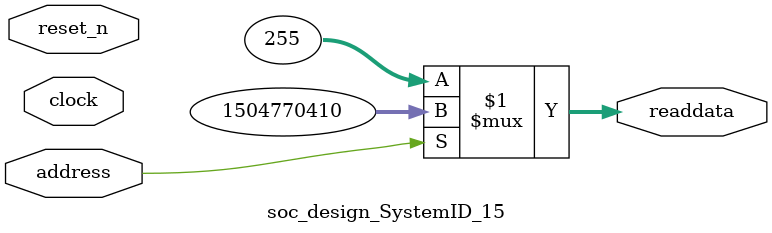
<source format=v>
module soc_design_SystemID_15 (
                address,
                clock,
                reset_n,
                readdata
             )
;
  output  [ 31: 0] readdata;
  input            address;
  input            clock;
  input            reset_n;
  wire    [ 31: 0] readdata;
  assign readdata = address ? 1504770410 : 255;
endmodule
</source>
